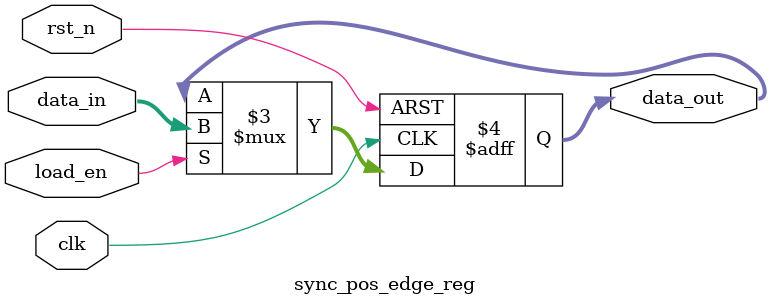
<source format=sv>
module sync_pos_edge_reg(
    input clk, rst_n,
    input [7:0] data_in,
    input load_en,
    output reg [7:0] data_out
);
    // 删除中间控制变量，直接在时序逻辑中处理条件
    // 避免组合逻辑路径中的额外延迟
    
    always @(posedge clk or negedge rst_n) begin
        if (!rst_n) begin
            // 异步复位路径独立处理，减少关键路径延迟
            data_out <= 8'b0;
        end else begin
            // 数据加载逻辑简化，减少逻辑层级
            data_out <= load_en ? data_in : data_out;
        end
    end
endmodule
</source>
